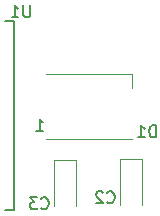
<source format=gbr>
%TF.GenerationSoftware,KiCad,Pcbnew,(5.1.9-0-10_14)*%
%TF.CreationDate,2021-04-09T15:24:22+02:00*%
%TF.ProjectId,P1_wifi,50315f77-6966-4692-9e6b-696361645f70,rev?*%
%TF.SameCoordinates,Original*%
%TF.FileFunction,Legend,Bot*%
%TF.FilePolarity,Positive*%
%FSLAX46Y46*%
G04 Gerber Fmt 4.6, Leading zero omitted, Abs format (unit mm)*
G04 Created by KiCad (PCBNEW (5.1.9-0-10_14)) date 2021-04-09 15:24:22*
%MOMM*%
%LPD*%
G01*
G04 APERTURE LIST*
%ADD10C,0.120000*%
%ADD11C,0.152400*%
%ADD12C,0.150000*%
G04 APERTURE END LIST*
D10*
%TO.C,D1*%
X27211000Y8045000D02*
X34511000Y8045000D01*
X27211000Y13545000D02*
X34511000Y13545000D01*
X34511000Y13545000D02*
X34511000Y12395000D01*
D11*
%TO.C,U1*%
X23749000Y18034000D02*
X24511000Y18034000D01*
X24511000Y18034000D02*
X24511000Y2032000D01*
X24511000Y2032000D02*
X23749000Y2032000D01*
D10*
%TO.C,C3*%
X29764000Y6247000D02*
X29764000Y2337000D01*
X27894000Y6247000D02*
X29764000Y6247000D01*
X27894000Y2337000D02*
X27894000Y6247000D01*
%TO.C,C2*%
X35352000Y6374000D02*
X35352000Y2464000D01*
X33482000Y6374000D02*
X35352000Y6374000D01*
X33482000Y2464000D02*
X33482000Y6374000D01*
%TD*%
%TO.C,D1*%
D12*
X36552095Y8183619D02*
X36552095Y9183619D01*
X36314000Y9183619D01*
X36171142Y9136000D01*
X36075904Y9040761D01*
X36028285Y8945523D01*
X35980666Y8755047D01*
X35980666Y8612190D01*
X36028285Y8421714D01*
X36075904Y8326476D01*
X36171142Y8231238D01*
X36314000Y8183619D01*
X36552095Y8183619D01*
X35028285Y8183619D02*
X35599714Y8183619D01*
X35314000Y8183619D02*
X35314000Y9183619D01*
X35409238Y9040761D01*
X35504476Y8945523D01*
X35599714Y8897904D01*
X26425285Y8742619D02*
X26996714Y8742619D01*
X26711000Y8742619D02*
X26711000Y9742619D01*
X26806238Y9599761D01*
X26901476Y9504523D01*
X26996714Y9456904D01*
%TO.C,U1*%
X25907904Y19343619D02*
X25907904Y18534095D01*
X25860285Y18438857D01*
X25812666Y18391238D01*
X25717428Y18343619D01*
X25526952Y18343619D01*
X25431714Y18391238D01*
X25384095Y18438857D01*
X25336476Y18534095D01*
X25336476Y19343619D01*
X24336476Y18343619D02*
X24907904Y18343619D01*
X24622190Y18343619D02*
X24622190Y19343619D01*
X24717428Y19200761D01*
X24812666Y19105523D01*
X24907904Y19057904D01*
%TO.C,C3*%
X26836666Y2182857D02*
X26884285Y2135238D01*
X27027142Y2087619D01*
X27122380Y2087619D01*
X27265238Y2135238D01*
X27360476Y2230476D01*
X27408095Y2325714D01*
X27455714Y2516190D01*
X27455714Y2659047D01*
X27408095Y2849523D01*
X27360476Y2944761D01*
X27265238Y3040000D01*
X27122380Y3087619D01*
X27027142Y3087619D01*
X26884285Y3040000D01*
X26836666Y2992380D01*
X26503333Y3087619D02*
X25884285Y3087619D01*
X26217619Y2706666D01*
X26074761Y2706666D01*
X25979523Y2659047D01*
X25931904Y2611428D01*
X25884285Y2516190D01*
X25884285Y2278095D01*
X25931904Y2182857D01*
X25979523Y2135238D01*
X26074761Y2087619D01*
X26360476Y2087619D01*
X26455714Y2135238D01*
X26503333Y2182857D01*
%TO.C,C2*%
X32424666Y2690857D02*
X32472285Y2643238D01*
X32615142Y2595619D01*
X32710380Y2595619D01*
X32853238Y2643238D01*
X32948476Y2738476D01*
X32996095Y2833714D01*
X33043714Y3024190D01*
X33043714Y3167047D01*
X32996095Y3357523D01*
X32948476Y3452761D01*
X32853238Y3548000D01*
X32710380Y3595619D01*
X32615142Y3595619D01*
X32472285Y3548000D01*
X32424666Y3500380D01*
X32043714Y3500380D02*
X31996095Y3548000D01*
X31900857Y3595619D01*
X31662761Y3595619D01*
X31567523Y3548000D01*
X31519904Y3500380D01*
X31472285Y3405142D01*
X31472285Y3309904D01*
X31519904Y3167047D01*
X32091333Y2595619D01*
X31472285Y2595619D01*
%TD*%
M02*

</source>
